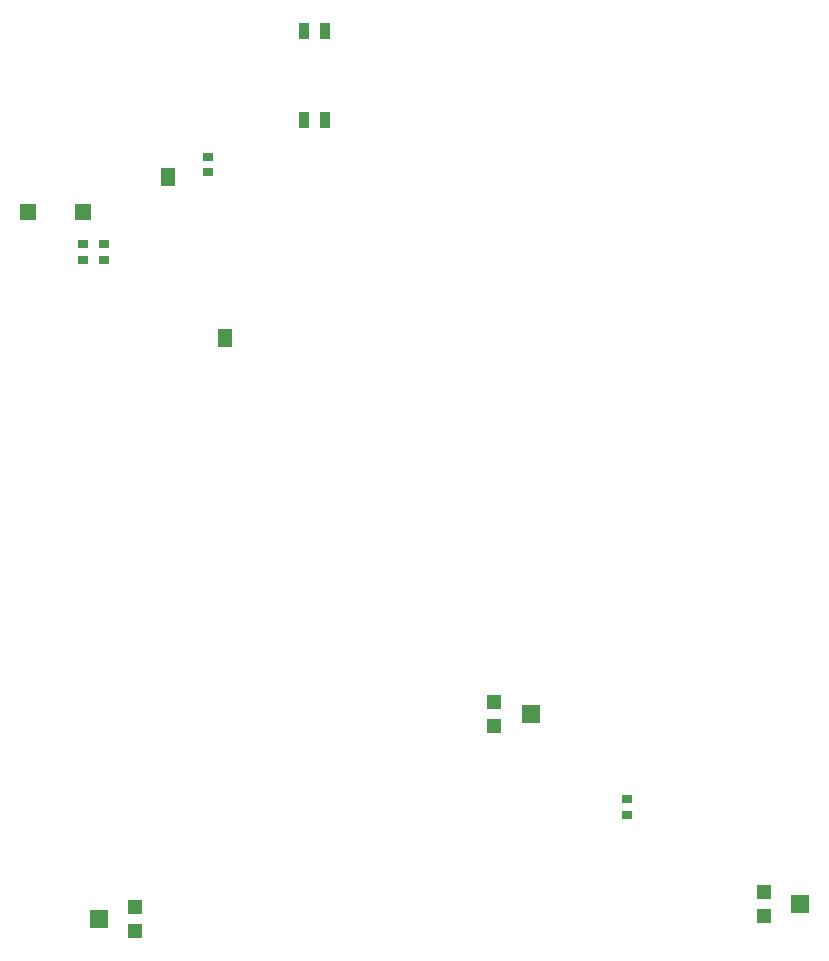
<source format=gbp>
G04*
G04 #@! TF.GenerationSoftware,Altium Limited,Altium Designer,19.0.10 (269)*
G04*
G04 Layer_Color=128*
%FSLAX44Y44*%
%MOMM*%
G71*
G01*
G75*
%ADD22R,0.9000X0.8000*%
%ADD24R,0.9000X0.8000*%
%ADD87R,1.5000X1.6000*%
%ADD88R,1.2000X1.2000*%
%ADD89R,1.3500X1.3500*%
%ADD90R,0.8500X1.4000*%
%ADD91R,1.1684X1.6002*%
D22*
X523000Y1234500D02*
D03*
Y1221500D02*
D03*
X435000Y1160500D02*
D03*
Y1147500D02*
D03*
D24*
X417000Y1161000D02*
D03*
Y1147000D02*
D03*
X877392Y677000D02*
D03*
Y691000D02*
D03*
D87*
X1024000Y602000D02*
D03*
X430000Y589000D02*
D03*
X796000Y763000D02*
D03*
D88*
X993000Y612000D02*
D03*
Y592000D02*
D03*
X461000Y599000D02*
D03*
Y579000D02*
D03*
X765000Y773000D02*
D03*
Y753000D02*
D03*
D89*
X370000Y1188000D02*
D03*
X417000D02*
D03*
D90*
X621750Y1341000D02*
D03*
X604250D02*
D03*
X621750Y1266000D02*
D03*
X604250D02*
D03*
D91*
X537000Y1081498D02*
D03*
X488693Y1217000D02*
D03*
M02*

</source>
